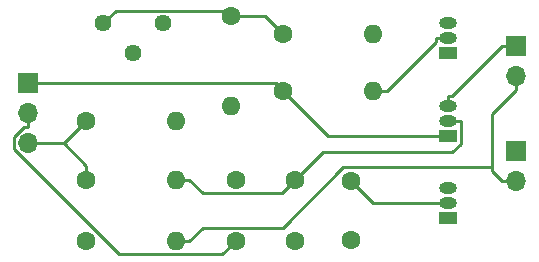
<source format=gbr>
G04 #@! TF.GenerationSoftware,KiCad,Pcbnew,(5.1.5)-3*
G04 #@! TF.CreationDate,2020-01-24T14:43:17-05:00*
G04 #@! TF.ProjectId,sync,73796e63-2e6b-4696-9361-645f70636258,v01*
G04 #@! TF.SameCoordinates,Original*
G04 #@! TF.FileFunction,Copper,L1,Top*
G04 #@! TF.FilePolarity,Positive*
%FSLAX46Y46*%
G04 Gerber Fmt 4.6, Leading zero omitted, Abs format (unit mm)*
G04 Created by KiCad (PCBNEW (5.1.5)-3) date 2020-01-24 14:43:17*
%MOMM*%
%LPD*%
G04 APERTURE LIST*
%ADD10C,1.600000*%
%ADD11R,1.700000X1.700000*%
%ADD12O,1.700000X1.700000*%
%ADD13O,1.500000X1.000000*%
%ADD14R,1.500000X1.000000*%
%ADD15O,1.600000X1.600000*%
%ADD16C,1.440000*%
%ADD17C,0.250000*%
G04 APERTURE END LIST*
D10*
X119160000Y-83760000D03*
X124160000Y-83760000D03*
X119160000Y-88900000D03*
X124160000Y-88900000D03*
X128905000Y-88820000D03*
X128905000Y-83820000D03*
D11*
X101600000Y-75565000D03*
D12*
X101600000Y-78105000D03*
X101600000Y-80645000D03*
D11*
X142875000Y-72390000D03*
D12*
X142875000Y-74930000D03*
X142875000Y-83820000D03*
D11*
X142875000Y-81280000D03*
D13*
X137160000Y-85725000D03*
X137160000Y-84455000D03*
D14*
X137160000Y-86995000D03*
D13*
X137160000Y-71755000D03*
X137160000Y-70485000D03*
D14*
X137160000Y-73025000D03*
X137160000Y-80010000D03*
D13*
X137160000Y-77470000D03*
X137160000Y-78740000D03*
D15*
X114105000Y-78740000D03*
D10*
X106485000Y-78740000D03*
X118745000Y-69850000D03*
D15*
X118745000Y-77470000D03*
D10*
X106485000Y-83760000D03*
D15*
X114105000Y-83760000D03*
X130810000Y-76200000D03*
D10*
X123190000Y-76200000D03*
X106485000Y-88900000D03*
D15*
X114105000Y-88900000D03*
X130810000Y-71375000D03*
D10*
X123190000Y-71375000D03*
D16*
X113030000Y-70485000D03*
X110490000Y-73025000D03*
X107950000Y-70485000D03*
D17*
X137160000Y-78740000D02*
X138235300Y-78740000D01*
X124160000Y-83760000D02*
X126501800Y-81418200D01*
X126501800Y-81418200D02*
X137476100Y-81418200D01*
X137476100Y-81418200D02*
X138235300Y-80659000D01*
X138235300Y-80659000D02*
X138235300Y-78740000D01*
X115230300Y-83760000D02*
X116356600Y-84886300D01*
X116356600Y-84886300D02*
X123033700Y-84886300D01*
X123033700Y-84886300D02*
X124160000Y-83760000D01*
X114105000Y-83760000D02*
X115230300Y-83760000D01*
X137160000Y-71755000D02*
X136084700Y-71755000D01*
X130810000Y-76200000D02*
X131935300Y-76200000D01*
X131935300Y-76200000D02*
X136084700Y-72050600D01*
X136084700Y-72050600D02*
X136084700Y-71755000D01*
X142875000Y-72390000D02*
X141699700Y-72390000D01*
X137160000Y-77470000D02*
X137160000Y-76644700D01*
X137160000Y-76644700D02*
X137445000Y-76644700D01*
X137445000Y-76644700D02*
X141699700Y-72390000D01*
X137160000Y-85725000D02*
X130810000Y-85725000D01*
X130810000Y-85725000D02*
X128905000Y-83820000D01*
X142875000Y-74930000D02*
X142875000Y-76105300D01*
X140830300Y-82688700D02*
X140830300Y-82950600D01*
X140830300Y-82950600D02*
X141699700Y-83820000D01*
X142875000Y-76105300D02*
X140830300Y-78150000D01*
X140830300Y-78150000D02*
X140830300Y-82688700D01*
X115230300Y-88900000D02*
X116355600Y-87774700D01*
X116355600Y-87774700D02*
X123146500Y-87774700D01*
X123146500Y-87774700D02*
X128232500Y-82688700D01*
X128232500Y-82688700D02*
X140830300Y-82688700D01*
X142875000Y-83820000D02*
X141699700Y-83820000D01*
X114105000Y-88900000D02*
X115230300Y-88900000D01*
X101600000Y-78105000D02*
X101600000Y-79280300D01*
X101600000Y-79280300D02*
X101232700Y-79280300D01*
X101232700Y-79280300D02*
X100406500Y-80106500D01*
X100406500Y-80106500D02*
X100406500Y-81148400D01*
X100406500Y-81148400D02*
X109295500Y-90037400D01*
X109295500Y-90037400D02*
X118022600Y-90037400D01*
X118022600Y-90037400D02*
X119160000Y-88900000D01*
X101600000Y-75565000D02*
X122555000Y-75565000D01*
X122555000Y-75565000D02*
X123190000Y-76200000D01*
X123190000Y-76200000D02*
X127000000Y-80010000D01*
X127000000Y-80010000D02*
X137160000Y-80010000D01*
X104580000Y-80645000D02*
X101600000Y-80645000D01*
X106485000Y-78740000D02*
X104580000Y-80645000D01*
X104580000Y-80645000D02*
X106485000Y-82550000D01*
X106485000Y-82550000D02*
X106485000Y-83760000D01*
X107950000Y-70485000D02*
X109034600Y-69400400D01*
X109034600Y-69400400D02*
X118295400Y-69400400D01*
X118295400Y-69400400D02*
X118745000Y-69850000D01*
X123190000Y-71375000D02*
X121665000Y-69850000D01*
X121665000Y-69850000D02*
X118745000Y-69850000D01*
M02*

</source>
